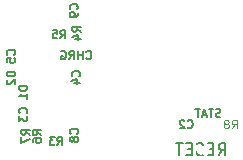
<source format=gbo>
G04 #@! TF.GenerationSoftware,KiCad,Pcbnew,8.0.2*
G04 #@! TF.CreationDate,2024-05-27T23:46:40-07:00*
G04 #@! TF.ProjectId,uSlime,75536c69-6d65-42e6-9b69-6361645f7063,rev?*
G04 #@! TF.SameCoordinates,Original*
G04 #@! TF.FileFunction,Legend,Bot*
G04 #@! TF.FilePolarity,Positive*
%FSLAX46Y46*%
G04 Gerber Fmt 4.6, Leading zero omitted, Abs format (unit mm)*
G04 Created by KiCad (PCBNEW 8.0.2) date 2024-05-27 23:46:40*
%MOMM*%
%LPD*%
G01*
G04 APERTURE LIST*
%ADD10C,0.150000*%
%ADD11C,0.117500*%
%ADD12C,1.200000*%
%ADD13C,0.650000*%
%ADD14O,1.000000X2.100000*%
%ADD15O,1.000000X1.800000*%
%ADD16C,3.100000*%
%ADD17C,0.900000*%
%ADD18C,0.800000*%
%ADD19C,1.000000*%
G04 APERTURE END LIST*
D10*
X107166033Y-98258333D02*
X106466033Y-98258333D01*
X106466033Y-98258333D02*
X106466033Y-98425000D01*
X106466033Y-98425000D02*
X106499366Y-98525000D01*
X106499366Y-98525000D02*
X106566033Y-98591667D01*
X106566033Y-98591667D02*
X106632700Y-98625000D01*
X106632700Y-98625000D02*
X106766033Y-98658333D01*
X106766033Y-98658333D02*
X106866033Y-98658333D01*
X106866033Y-98658333D02*
X106999366Y-98625000D01*
X106999366Y-98625000D02*
X107066033Y-98591667D01*
X107066033Y-98591667D02*
X107132700Y-98525000D01*
X107132700Y-98525000D02*
X107166033Y-98425000D01*
X107166033Y-98425000D02*
X107166033Y-98258333D01*
X107166033Y-99325000D02*
X107166033Y-98925000D01*
X107166033Y-99125000D02*
X106466033Y-99125000D01*
X106466033Y-99125000D02*
X106566033Y-99058333D01*
X106566033Y-99058333D02*
X106632700Y-98991667D01*
X106632700Y-98991667D02*
X106666033Y-98925000D01*
X111666033Y-93633333D02*
X111332700Y-93400000D01*
X111666033Y-93233333D02*
X110966033Y-93233333D01*
X110966033Y-93233333D02*
X110966033Y-93500000D01*
X110966033Y-93500000D02*
X110999366Y-93566667D01*
X110999366Y-93566667D02*
X111032700Y-93600000D01*
X111032700Y-93600000D02*
X111099366Y-93633333D01*
X111099366Y-93633333D02*
X111199366Y-93633333D01*
X111199366Y-93633333D02*
X111266033Y-93600000D01*
X111266033Y-93600000D02*
X111299366Y-93566667D01*
X111299366Y-93566667D02*
X111332700Y-93500000D01*
X111332700Y-93500000D02*
X111332700Y-93233333D01*
X111199366Y-94233333D02*
X111666033Y-94233333D01*
X110932700Y-94066667D02*
X111432700Y-93900000D01*
X111432700Y-93900000D02*
X111432700Y-94333333D01*
X106049366Y-95583333D02*
X106082700Y-95550000D01*
X106082700Y-95550000D02*
X106116033Y-95450000D01*
X106116033Y-95450000D02*
X106116033Y-95383333D01*
X106116033Y-95383333D02*
X106082700Y-95283333D01*
X106082700Y-95283333D02*
X106016033Y-95216667D01*
X106016033Y-95216667D02*
X105949366Y-95183333D01*
X105949366Y-95183333D02*
X105816033Y-95150000D01*
X105816033Y-95150000D02*
X105716033Y-95150000D01*
X105716033Y-95150000D02*
X105582700Y-95183333D01*
X105582700Y-95183333D02*
X105516033Y-95216667D01*
X105516033Y-95216667D02*
X105449366Y-95283333D01*
X105449366Y-95283333D02*
X105416033Y-95383333D01*
X105416033Y-95383333D02*
X105416033Y-95450000D01*
X105416033Y-95450000D02*
X105449366Y-95550000D01*
X105449366Y-95550000D02*
X105482700Y-95583333D01*
X105416033Y-96216667D02*
X105416033Y-95883333D01*
X105416033Y-95883333D02*
X105749366Y-95850000D01*
X105749366Y-95850000D02*
X105716033Y-95883333D01*
X105716033Y-95883333D02*
X105682700Y-95950000D01*
X105682700Y-95950000D02*
X105682700Y-96116667D01*
X105682700Y-96116667D02*
X105716033Y-96183333D01*
X105716033Y-96183333D02*
X105749366Y-96216667D01*
X105749366Y-96216667D02*
X105816033Y-96250000D01*
X105816033Y-96250000D02*
X105982700Y-96250000D01*
X105982700Y-96250000D02*
X106049366Y-96216667D01*
X106049366Y-96216667D02*
X106082700Y-96183333D01*
X106082700Y-96183333D02*
X106116033Y-96116667D01*
X106116033Y-96116667D02*
X106116033Y-95950000D01*
X106116033Y-95950000D02*
X106082700Y-95883333D01*
X106082700Y-95883333D02*
X106049366Y-95850000D01*
X111374366Y-91733333D02*
X111407700Y-91700000D01*
X111407700Y-91700000D02*
X111441033Y-91600000D01*
X111441033Y-91600000D02*
X111441033Y-91533333D01*
X111441033Y-91533333D02*
X111407700Y-91433333D01*
X111407700Y-91433333D02*
X111341033Y-91366667D01*
X111341033Y-91366667D02*
X111274366Y-91333333D01*
X111274366Y-91333333D02*
X111141033Y-91300000D01*
X111141033Y-91300000D02*
X111041033Y-91300000D01*
X111041033Y-91300000D02*
X110907700Y-91333333D01*
X110907700Y-91333333D02*
X110841033Y-91366667D01*
X110841033Y-91366667D02*
X110774366Y-91433333D01*
X110774366Y-91433333D02*
X110741033Y-91533333D01*
X110741033Y-91533333D02*
X110741033Y-91600000D01*
X110741033Y-91600000D02*
X110774366Y-91700000D01*
X110774366Y-91700000D02*
X110807700Y-91733333D01*
X111441033Y-92066667D02*
X111441033Y-92200000D01*
X111441033Y-92200000D02*
X111407700Y-92266667D01*
X111407700Y-92266667D02*
X111374366Y-92300000D01*
X111374366Y-92300000D02*
X111274366Y-92366667D01*
X111274366Y-92366667D02*
X111141033Y-92400000D01*
X111141033Y-92400000D02*
X110874366Y-92400000D01*
X110874366Y-92400000D02*
X110807700Y-92366667D01*
X110807700Y-92366667D02*
X110774366Y-92333333D01*
X110774366Y-92333333D02*
X110741033Y-92266667D01*
X110741033Y-92266667D02*
X110741033Y-92133333D01*
X110741033Y-92133333D02*
X110774366Y-92066667D01*
X110774366Y-92066667D02*
X110807700Y-92033333D01*
X110807700Y-92033333D02*
X110874366Y-92000000D01*
X110874366Y-92000000D02*
X111041033Y-92000000D01*
X111041033Y-92000000D02*
X111107700Y-92033333D01*
X111107700Y-92033333D02*
X111141033Y-92066667D01*
X111141033Y-92066667D02*
X111174366Y-92133333D01*
X111174366Y-92133333D02*
X111174366Y-92266667D01*
X111174366Y-92266667D02*
X111141033Y-92333333D01*
X111141033Y-92333333D02*
X111107700Y-92366667D01*
X111107700Y-92366667D02*
X111041033Y-92400000D01*
X111411866Y-102283333D02*
X111445200Y-102250000D01*
X111445200Y-102250000D02*
X111478533Y-102150000D01*
X111478533Y-102150000D02*
X111478533Y-102083333D01*
X111478533Y-102083333D02*
X111445200Y-101983333D01*
X111445200Y-101983333D02*
X111378533Y-101916667D01*
X111378533Y-101916667D02*
X111311866Y-101883333D01*
X111311866Y-101883333D02*
X111178533Y-101850000D01*
X111178533Y-101850000D02*
X111078533Y-101850000D01*
X111078533Y-101850000D02*
X110945200Y-101883333D01*
X110945200Y-101883333D02*
X110878533Y-101916667D01*
X110878533Y-101916667D02*
X110811866Y-101983333D01*
X110811866Y-101983333D02*
X110778533Y-102083333D01*
X110778533Y-102083333D02*
X110778533Y-102150000D01*
X110778533Y-102150000D02*
X110811866Y-102250000D01*
X110811866Y-102250000D02*
X110845200Y-102283333D01*
X111078533Y-102683333D02*
X111045200Y-102616667D01*
X111045200Y-102616667D02*
X111011866Y-102583333D01*
X111011866Y-102583333D02*
X110945200Y-102550000D01*
X110945200Y-102550000D02*
X110911866Y-102550000D01*
X110911866Y-102550000D02*
X110845200Y-102583333D01*
X110845200Y-102583333D02*
X110811866Y-102616667D01*
X110811866Y-102616667D02*
X110778533Y-102683333D01*
X110778533Y-102683333D02*
X110778533Y-102816667D01*
X110778533Y-102816667D02*
X110811866Y-102883333D01*
X110811866Y-102883333D02*
X110845200Y-102916667D01*
X110845200Y-102916667D02*
X110911866Y-102950000D01*
X110911866Y-102950000D02*
X110945200Y-102950000D01*
X110945200Y-102950000D02*
X111011866Y-102916667D01*
X111011866Y-102916667D02*
X111045200Y-102883333D01*
X111045200Y-102883333D02*
X111078533Y-102816667D01*
X111078533Y-102816667D02*
X111078533Y-102683333D01*
X111078533Y-102683333D02*
X111111866Y-102616667D01*
X111111866Y-102616667D02*
X111145200Y-102583333D01*
X111145200Y-102583333D02*
X111211866Y-102550000D01*
X111211866Y-102550000D02*
X111345200Y-102550000D01*
X111345200Y-102550000D02*
X111411866Y-102583333D01*
X111411866Y-102583333D02*
X111445200Y-102616667D01*
X111445200Y-102616667D02*
X111478533Y-102683333D01*
X111478533Y-102683333D02*
X111478533Y-102816667D01*
X111478533Y-102816667D02*
X111445200Y-102883333D01*
X111445200Y-102883333D02*
X111411866Y-102916667D01*
X111411866Y-102916667D02*
X111345200Y-102950000D01*
X111345200Y-102950000D02*
X111211866Y-102950000D01*
X111211866Y-102950000D02*
X111145200Y-102916667D01*
X111145200Y-102916667D02*
X111111866Y-102883333D01*
X111111866Y-102883333D02*
X111078533Y-102816667D01*
X107099366Y-100513333D02*
X107132700Y-100480000D01*
X107132700Y-100480000D02*
X107166033Y-100380000D01*
X107166033Y-100380000D02*
X107166033Y-100313333D01*
X107166033Y-100313333D02*
X107132700Y-100213333D01*
X107132700Y-100213333D02*
X107066033Y-100146667D01*
X107066033Y-100146667D02*
X106999366Y-100113333D01*
X106999366Y-100113333D02*
X106866033Y-100080000D01*
X106866033Y-100080000D02*
X106766033Y-100080000D01*
X106766033Y-100080000D02*
X106632700Y-100113333D01*
X106632700Y-100113333D02*
X106566033Y-100146667D01*
X106566033Y-100146667D02*
X106499366Y-100213333D01*
X106499366Y-100213333D02*
X106466033Y-100313333D01*
X106466033Y-100313333D02*
X106466033Y-100380000D01*
X106466033Y-100380000D02*
X106499366Y-100480000D01*
X106499366Y-100480000D02*
X106532700Y-100513333D01*
X106466033Y-100746667D02*
X106466033Y-101180000D01*
X106466033Y-101180000D02*
X106732700Y-100946667D01*
X106732700Y-100946667D02*
X106732700Y-101046667D01*
X106732700Y-101046667D02*
X106766033Y-101113333D01*
X106766033Y-101113333D02*
X106799366Y-101146667D01*
X106799366Y-101146667D02*
X106866033Y-101180000D01*
X106866033Y-101180000D02*
X107032700Y-101180000D01*
X107032700Y-101180000D02*
X107099366Y-101146667D01*
X107099366Y-101146667D02*
X107132700Y-101113333D01*
X107132700Y-101113333D02*
X107166033Y-101046667D01*
X107166033Y-101046667D02*
X107166033Y-100846667D01*
X107166033Y-100846667D02*
X107132700Y-100780000D01*
X107132700Y-100780000D02*
X107099366Y-100746667D01*
X108316033Y-102383333D02*
X107982700Y-102150000D01*
X108316033Y-101983333D02*
X107616033Y-101983333D01*
X107616033Y-101983333D02*
X107616033Y-102250000D01*
X107616033Y-102250000D02*
X107649366Y-102316667D01*
X107649366Y-102316667D02*
X107682700Y-102350000D01*
X107682700Y-102350000D02*
X107749366Y-102383333D01*
X107749366Y-102383333D02*
X107849366Y-102383333D01*
X107849366Y-102383333D02*
X107916033Y-102350000D01*
X107916033Y-102350000D02*
X107949366Y-102316667D01*
X107949366Y-102316667D02*
X107982700Y-102250000D01*
X107982700Y-102250000D02*
X107982700Y-101983333D01*
X107616033Y-102983333D02*
X107616033Y-102850000D01*
X107616033Y-102850000D02*
X107649366Y-102783333D01*
X107649366Y-102783333D02*
X107682700Y-102750000D01*
X107682700Y-102750000D02*
X107782700Y-102683333D01*
X107782700Y-102683333D02*
X107916033Y-102650000D01*
X107916033Y-102650000D02*
X108182700Y-102650000D01*
X108182700Y-102650000D02*
X108249366Y-102683333D01*
X108249366Y-102683333D02*
X108282700Y-102716667D01*
X108282700Y-102716667D02*
X108316033Y-102783333D01*
X108316033Y-102783333D02*
X108316033Y-102916667D01*
X108316033Y-102916667D02*
X108282700Y-102983333D01*
X108282700Y-102983333D02*
X108249366Y-103016667D01*
X108249366Y-103016667D02*
X108182700Y-103050000D01*
X108182700Y-103050000D02*
X108016033Y-103050000D01*
X108016033Y-103050000D02*
X107949366Y-103016667D01*
X107949366Y-103016667D02*
X107916033Y-102983333D01*
X107916033Y-102983333D02*
X107882700Y-102916667D01*
X107882700Y-102916667D02*
X107882700Y-102783333D01*
X107882700Y-102783333D02*
X107916033Y-102716667D01*
X107916033Y-102716667D02*
X107949366Y-102683333D01*
X107949366Y-102683333D02*
X108016033Y-102650000D01*
X106116033Y-97033333D02*
X105416033Y-97033333D01*
X105416033Y-97033333D02*
X105416033Y-97200000D01*
X105416033Y-97200000D02*
X105449366Y-97300000D01*
X105449366Y-97300000D02*
X105516033Y-97366667D01*
X105516033Y-97366667D02*
X105582700Y-97400000D01*
X105582700Y-97400000D02*
X105716033Y-97433333D01*
X105716033Y-97433333D02*
X105816033Y-97433333D01*
X105816033Y-97433333D02*
X105949366Y-97400000D01*
X105949366Y-97400000D02*
X106016033Y-97366667D01*
X106016033Y-97366667D02*
X106082700Y-97300000D01*
X106082700Y-97300000D02*
X106116033Y-97200000D01*
X106116033Y-97200000D02*
X106116033Y-97033333D01*
X105482700Y-97700000D02*
X105449366Y-97733333D01*
X105449366Y-97733333D02*
X105416033Y-97800000D01*
X105416033Y-97800000D02*
X105416033Y-97966667D01*
X105416033Y-97966667D02*
X105449366Y-98033333D01*
X105449366Y-98033333D02*
X105482700Y-98066667D01*
X105482700Y-98066667D02*
X105549366Y-98100000D01*
X105549366Y-98100000D02*
X105616033Y-98100000D01*
X105616033Y-98100000D02*
X105716033Y-98066667D01*
X105716033Y-98066667D02*
X106116033Y-97666667D01*
X106116033Y-97666667D02*
X106116033Y-98100000D01*
X111549366Y-97383333D02*
X111582700Y-97350000D01*
X111582700Y-97350000D02*
X111616033Y-97250000D01*
X111616033Y-97250000D02*
X111616033Y-97183333D01*
X111616033Y-97183333D02*
X111582700Y-97083333D01*
X111582700Y-97083333D02*
X111516033Y-97016667D01*
X111516033Y-97016667D02*
X111449366Y-96983333D01*
X111449366Y-96983333D02*
X111316033Y-96950000D01*
X111316033Y-96950000D02*
X111216033Y-96950000D01*
X111216033Y-96950000D02*
X111082700Y-96983333D01*
X111082700Y-96983333D02*
X111016033Y-97016667D01*
X111016033Y-97016667D02*
X110949366Y-97083333D01*
X110949366Y-97083333D02*
X110916033Y-97183333D01*
X110916033Y-97183333D02*
X110916033Y-97250000D01*
X110916033Y-97250000D02*
X110949366Y-97350000D01*
X110949366Y-97350000D02*
X110982700Y-97383333D01*
X111149366Y-97983333D02*
X111616033Y-97983333D01*
X110882700Y-97816667D02*
X111382700Y-97650000D01*
X111382700Y-97650000D02*
X111382700Y-98083333D01*
X109716666Y-103241033D02*
X109949999Y-102907700D01*
X110116666Y-103241033D02*
X110116666Y-102541033D01*
X110116666Y-102541033D02*
X109849999Y-102541033D01*
X109849999Y-102541033D02*
X109783333Y-102574366D01*
X109783333Y-102574366D02*
X109749999Y-102607700D01*
X109749999Y-102607700D02*
X109716666Y-102674366D01*
X109716666Y-102674366D02*
X109716666Y-102774366D01*
X109716666Y-102774366D02*
X109749999Y-102841033D01*
X109749999Y-102841033D02*
X109783333Y-102874366D01*
X109783333Y-102874366D02*
X109849999Y-102907700D01*
X109849999Y-102907700D02*
X110116666Y-102907700D01*
X109483333Y-102541033D02*
X109049999Y-102541033D01*
X109049999Y-102541033D02*
X109283333Y-102807700D01*
X109283333Y-102807700D02*
X109183333Y-102807700D01*
X109183333Y-102807700D02*
X109116666Y-102841033D01*
X109116666Y-102841033D02*
X109083333Y-102874366D01*
X109083333Y-102874366D02*
X109049999Y-102941033D01*
X109049999Y-102941033D02*
X109049999Y-103107700D01*
X109049999Y-103107700D02*
X109083333Y-103174366D01*
X109083333Y-103174366D02*
X109116666Y-103207700D01*
X109116666Y-103207700D02*
X109183333Y-103241033D01*
X109183333Y-103241033D02*
X109383333Y-103241033D01*
X109383333Y-103241033D02*
X109449999Y-103207700D01*
X109449999Y-103207700D02*
X109483333Y-103174366D01*
X109966666Y-94216033D02*
X110199999Y-93882700D01*
X110366666Y-94216033D02*
X110366666Y-93516033D01*
X110366666Y-93516033D02*
X110099999Y-93516033D01*
X110099999Y-93516033D02*
X110033333Y-93549366D01*
X110033333Y-93549366D02*
X109999999Y-93582700D01*
X109999999Y-93582700D02*
X109966666Y-93649366D01*
X109966666Y-93649366D02*
X109966666Y-93749366D01*
X109966666Y-93749366D02*
X109999999Y-93816033D01*
X109999999Y-93816033D02*
X110033333Y-93849366D01*
X110033333Y-93849366D02*
X110099999Y-93882700D01*
X110099999Y-93882700D02*
X110366666Y-93882700D01*
X109333333Y-93516033D02*
X109666666Y-93516033D01*
X109666666Y-93516033D02*
X109699999Y-93849366D01*
X109699999Y-93849366D02*
X109666666Y-93816033D01*
X109666666Y-93816033D02*
X109599999Y-93782700D01*
X109599999Y-93782700D02*
X109433333Y-93782700D01*
X109433333Y-93782700D02*
X109366666Y-93816033D01*
X109366666Y-93816033D02*
X109333333Y-93849366D01*
X109333333Y-93849366D02*
X109299999Y-93916033D01*
X109299999Y-93916033D02*
X109299999Y-94082700D01*
X109299999Y-94082700D02*
X109333333Y-94149366D01*
X109333333Y-94149366D02*
X109366666Y-94182700D01*
X109366666Y-94182700D02*
X109433333Y-94216033D01*
X109433333Y-94216033D02*
X109599999Y-94216033D01*
X109599999Y-94216033D02*
X109666666Y-94182700D01*
X109666666Y-94182700D02*
X109699999Y-94149366D01*
X123515832Y-100832700D02*
X123415832Y-100866033D01*
X123415832Y-100866033D02*
X123249166Y-100866033D01*
X123249166Y-100866033D02*
X123182499Y-100832700D01*
X123182499Y-100832700D02*
X123149166Y-100799366D01*
X123149166Y-100799366D02*
X123115832Y-100732700D01*
X123115832Y-100732700D02*
X123115832Y-100666033D01*
X123115832Y-100666033D02*
X123149166Y-100599366D01*
X123149166Y-100599366D02*
X123182499Y-100566033D01*
X123182499Y-100566033D02*
X123249166Y-100532700D01*
X123249166Y-100532700D02*
X123382499Y-100499366D01*
X123382499Y-100499366D02*
X123449166Y-100466033D01*
X123449166Y-100466033D02*
X123482499Y-100432700D01*
X123482499Y-100432700D02*
X123515832Y-100366033D01*
X123515832Y-100366033D02*
X123515832Y-100299366D01*
X123515832Y-100299366D02*
X123482499Y-100232700D01*
X123482499Y-100232700D02*
X123449166Y-100199366D01*
X123449166Y-100199366D02*
X123382499Y-100166033D01*
X123382499Y-100166033D02*
X123215832Y-100166033D01*
X123215832Y-100166033D02*
X123115832Y-100199366D01*
X122915832Y-100166033D02*
X122515832Y-100166033D01*
X122715832Y-100866033D02*
X122715832Y-100166033D01*
X122315832Y-100666033D02*
X121982499Y-100666033D01*
X122382499Y-100866033D02*
X122149166Y-100166033D01*
X122149166Y-100166033D02*
X121915832Y-100866033D01*
X121782499Y-100166033D02*
X121382499Y-100166033D01*
X121582499Y-100866033D02*
X121582499Y-100166033D01*
D11*
X124484166Y-101817723D02*
X124717499Y-101484390D01*
X124884166Y-101817723D02*
X124884166Y-101117723D01*
X124884166Y-101117723D02*
X124617499Y-101117723D01*
X124617499Y-101117723D02*
X124550833Y-101151056D01*
X124550833Y-101151056D02*
X124517499Y-101184390D01*
X124517499Y-101184390D02*
X124484166Y-101251056D01*
X124484166Y-101251056D02*
X124484166Y-101351056D01*
X124484166Y-101351056D02*
X124517499Y-101417723D01*
X124517499Y-101417723D02*
X124550833Y-101451056D01*
X124550833Y-101451056D02*
X124617499Y-101484390D01*
X124617499Y-101484390D02*
X124884166Y-101484390D01*
X124084166Y-101417723D02*
X124150833Y-101384390D01*
X124150833Y-101384390D02*
X124184166Y-101351056D01*
X124184166Y-101351056D02*
X124217499Y-101284390D01*
X124217499Y-101284390D02*
X124217499Y-101251056D01*
X124217499Y-101251056D02*
X124184166Y-101184390D01*
X124184166Y-101184390D02*
X124150833Y-101151056D01*
X124150833Y-101151056D02*
X124084166Y-101117723D01*
X124084166Y-101117723D02*
X123950833Y-101117723D01*
X123950833Y-101117723D02*
X123884166Y-101151056D01*
X123884166Y-101151056D02*
X123850833Y-101184390D01*
X123850833Y-101184390D02*
X123817499Y-101251056D01*
X123817499Y-101251056D02*
X123817499Y-101284390D01*
X123817499Y-101284390D02*
X123850833Y-101351056D01*
X123850833Y-101351056D02*
X123884166Y-101384390D01*
X123884166Y-101384390D02*
X123950833Y-101417723D01*
X123950833Y-101417723D02*
X124084166Y-101417723D01*
X124084166Y-101417723D02*
X124150833Y-101451056D01*
X124150833Y-101451056D02*
X124184166Y-101484390D01*
X124184166Y-101484390D02*
X124217499Y-101551056D01*
X124217499Y-101551056D02*
X124217499Y-101684390D01*
X124217499Y-101684390D02*
X124184166Y-101751056D01*
X124184166Y-101751056D02*
X124150833Y-101784390D01*
X124150833Y-101784390D02*
X124084166Y-101817723D01*
X124084166Y-101817723D02*
X123950833Y-101817723D01*
X123950833Y-101817723D02*
X123884166Y-101784390D01*
X123884166Y-101784390D02*
X123850833Y-101751056D01*
X123850833Y-101751056D02*
X123817499Y-101684390D01*
X123817499Y-101684390D02*
X123817499Y-101551056D01*
X123817499Y-101551056D02*
X123850833Y-101484390D01*
X123850833Y-101484390D02*
X123884166Y-101451056D01*
X123884166Y-101451056D02*
X123950833Y-101417723D01*
D10*
X120734166Y-101749366D02*
X120767499Y-101782700D01*
X120767499Y-101782700D02*
X120867499Y-101816033D01*
X120867499Y-101816033D02*
X120934166Y-101816033D01*
X120934166Y-101816033D02*
X121034166Y-101782700D01*
X121034166Y-101782700D02*
X121100833Y-101716033D01*
X121100833Y-101716033D02*
X121134166Y-101649366D01*
X121134166Y-101649366D02*
X121167499Y-101516033D01*
X121167499Y-101516033D02*
X121167499Y-101416033D01*
X121167499Y-101416033D02*
X121134166Y-101282700D01*
X121134166Y-101282700D02*
X121100833Y-101216033D01*
X121100833Y-101216033D02*
X121034166Y-101149366D01*
X121034166Y-101149366D02*
X120934166Y-101116033D01*
X120934166Y-101116033D02*
X120867499Y-101116033D01*
X120867499Y-101116033D02*
X120767499Y-101149366D01*
X120767499Y-101149366D02*
X120734166Y-101182700D01*
X120467499Y-101182700D02*
X120434166Y-101149366D01*
X120434166Y-101149366D02*
X120367499Y-101116033D01*
X120367499Y-101116033D02*
X120200833Y-101116033D01*
X120200833Y-101116033D02*
X120134166Y-101149366D01*
X120134166Y-101149366D02*
X120100833Y-101182700D01*
X120100833Y-101182700D02*
X120067499Y-101249366D01*
X120067499Y-101249366D02*
X120067499Y-101316033D01*
X120067499Y-101316033D02*
X120100833Y-101416033D01*
X120100833Y-101416033D02*
X120500833Y-101816033D01*
X120500833Y-101816033D02*
X120067499Y-101816033D01*
X107366033Y-102358333D02*
X107032700Y-102125000D01*
X107366033Y-101958333D02*
X106666033Y-101958333D01*
X106666033Y-101958333D02*
X106666033Y-102225000D01*
X106666033Y-102225000D02*
X106699366Y-102291667D01*
X106699366Y-102291667D02*
X106732700Y-102325000D01*
X106732700Y-102325000D02*
X106799366Y-102358333D01*
X106799366Y-102358333D02*
X106899366Y-102358333D01*
X106899366Y-102358333D02*
X106966033Y-102325000D01*
X106966033Y-102325000D02*
X106999366Y-102291667D01*
X106999366Y-102291667D02*
X107032700Y-102225000D01*
X107032700Y-102225000D02*
X107032700Y-101958333D01*
X106666033Y-102591667D02*
X106666033Y-103058333D01*
X106666033Y-103058333D02*
X107366033Y-102758333D01*
X123352381Y-104104819D02*
X123685714Y-103628628D01*
X123923809Y-104104819D02*
X123923809Y-103104819D01*
X123923809Y-103104819D02*
X123542857Y-103104819D01*
X123542857Y-103104819D02*
X123447619Y-103152438D01*
X123447619Y-103152438D02*
X123400000Y-103200057D01*
X123400000Y-103200057D02*
X123352381Y-103295295D01*
X123352381Y-103295295D02*
X123352381Y-103438152D01*
X123352381Y-103438152D02*
X123400000Y-103533390D01*
X123400000Y-103533390D02*
X123447619Y-103581009D01*
X123447619Y-103581009D02*
X123542857Y-103628628D01*
X123542857Y-103628628D02*
X123923809Y-103628628D01*
X122923809Y-103581009D02*
X122590476Y-103581009D01*
X122447619Y-104104819D02*
X122923809Y-104104819D01*
X122923809Y-104104819D02*
X122923809Y-103104819D01*
X122923809Y-103104819D02*
X122447619Y-103104819D01*
X122066666Y-104057200D02*
X121923809Y-104104819D01*
X121923809Y-104104819D02*
X121685714Y-104104819D01*
X121685714Y-104104819D02*
X121590476Y-104057200D01*
X121590476Y-104057200D02*
X121542857Y-104009580D01*
X121542857Y-104009580D02*
X121495238Y-103914342D01*
X121495238Y-103914342D02*
X121495238Y-103819104D01*
X121495238Y-103819104D02*
X121542857Y-103723866D01*
X121542857Y-103723866D02*
X121590476Y-103676247D01*
X121590476Y-103676247D02*
X121685714Y-103628628D01*
X121685714Y-103628628D02*
X121876190Y-103581009D01*
X121876190Y-103581009D02*
X121971428Y-103533390D01*
X121971428Y-103533390D02*
X122019047Y-103485771D01*
X122019047Y-103485771D02*
X122066666Y-103390533D01*
X122066666Y-103390533D02*
X122066666Y-103295295D01*
X122066666Y-103295295D02*
X122019047Y-103200057D01*
X122019047Y-103200057D02*
X121971428Y-103152438D01*
X121971428Y-103152438D02*
X121876190Y-103104819D01*
X121876190Y-103104819D02*
X121638095Y-103104819D01*
X121638095Y-103104819D02*
X121495238Y-103152438D01*
X121066666Y-103581009D02*
X120733333Y-103581009D01*
X120590476Y-104104819D02*
X121066666Y-104104819D01*
X121066666Y-104104819D02*
X121066666Y-103104819D01*
X121066666Y-103104819D02*
X120590476Y-103104819D01*
X120304761Y-103104819D02*
X119733333Y-103104819D01*
X120019047Y-104104819D02*
X120019047Y-103104819D01*
X112149999Y-95899366D02*
X112183332Y-95932700D01*
X112183332Y-95932700D02*
X112283332Y-95966033D01*
X112283332Y-95966033D02*
X112349999Y-95966033D01*
X112349999Y-95966033D02*
X112449999Y-95932700D01*
X112449999Y-95932700D02*
X112516666Y-95866033D01*
X112516666Y-95866033D02*
X112549999Y-95799366D01*
X112549999Y-95799366D02*
X112583332Y-95666033D01*
X112583332Y-95666033D02*
X112583332Y-95566033D01*
X112583332Y-95566033D02*
X112549999Y-95432700D01*
X112549999Y-95432700D02*
X112516666Y-95366033D01*
X112516666Y-95366033D02*
X112449999Y-95299366D01*
X112449999Y-95299366D02*
X112349999Y-95266033D01*
X112349999Y-95266033D02*
X112283332Y-95266033D01*
X112283332Y-95266033D02*
X112183332Y-95299366D01*
X112183332Y-95299366D02*
X112149999Y-95332700D01*
X111849999Y-95966033D02*
X111849999Y-95266033D01*
X111849999Y-95599366D02*
X111449999Y-95599366D01*
X111449999Y-95966033D02*
X111449999Y-95266033D01*
X110716666Y-95966033D02*
X110949999Y-95632700D01*
X111116666Y-95966033D02*
X111116666Y-95266033D01*
X111116666Y-95266033D02*
X110849999Y-95266033D01*
X110849999Y-95266033D02*
X110783333Y-95299366D01*
X110783333Y-95299366D02*
X110749999Y-95332700D01*
X110749999Y-95332700D02*
X110716666Y-95399366D01*
X110716666Y-95399366D02*
X110716666Y-95499366D01*
X110716666Y-95499366D02*
X110749999Y-95566033D01*
X110749999Y-95566033D02*
X110783333Y-95599366D01*
X110783333Y-95599366D02*
X110849999Y-95632700D01*
X110849999Y-95632700D02*
X111116666Y-95632700D01*
X110049999Y-95299366D02*
X110116666Y-95266033D01*
X110116666Y-95266033D02*
X110216666Y-95266033D01*
X110216666Y-95266033D02*
X110316666Y-95299366D01*
X110316666Y-95299366D02*
X110383333Y-95366033D01*
X110383333Y-95366033D02*
X110416666Y-95432700D01*
X110416666Y-95432700D02*
X110449999Y-95566033D01*
X110449999Y-95566033D02*
X110449999Y-95666033D01*
X110449999Y-95666033D02*
X110416666Y-95799366D01*
X110416666Y-95799366D02*
X110383333Y-95866033D01*
X110383333Y-95866033D02*
X110316666Y-95932700D01*
X110316666Y-95932700D02*
X110216666Y-95966033D01*
X110216666Y-95966033D02*
X110149999Y-95966033D01*
X110149999Y-95966033D02*
X110049999Y-95932700D01*
X110049999Y-95932700D02*
X110016666Y-95899366D01*
X110016666Y-95899366D02*
X110016666Y-95666033D01*
X110016666Y-95666033D02*
X110149999Y-95666033D01*
%LPC*%
D12*
X117795000Y-106800000D03*
X119295000Y-106800000D03*
X120795000Y-106800000D03*
X122295000Y-106800000D03*
X123795000Y-106800000D03*
D13*
X103260000Y-105645000D03*
X109040000Y-105645000D03*
D14*
X101830000Y-105145000D03*
D15*
X101830000Y-109325000D03*
D14*
X110470000Y-105145000D03*
D15*
X110470000Y-109325000D03*
D16*
X102900000Y-96300000D03*
D17*
X107475000Y-91225000D03*
X104475000Y-91225000D03*
D18*
X121900000Y-103650000D03*
D19*
X105619000Y-100375000D03*
X105619000Y-101625000D03*
%LPD*%
M02*

</source>
